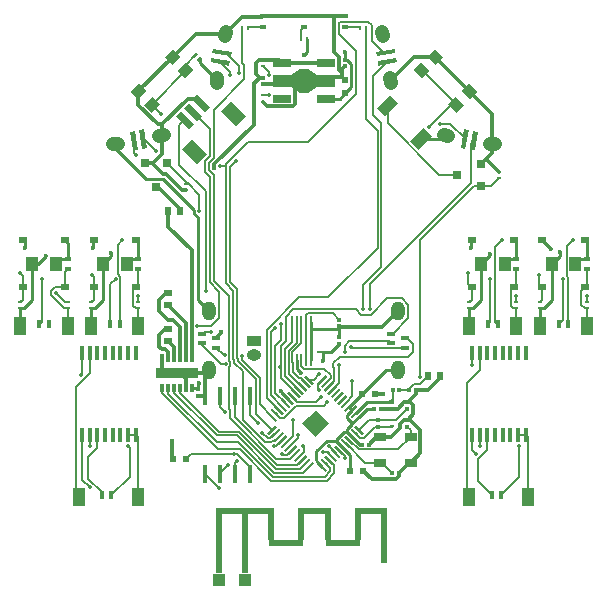
<source format=gtl>
G04 #@! TF.FileFunction,Copper,L1,Top,Signal*
%FSLAX46Y46*%
G04 Gerber Fmt 4.6, Leading zero omitted, Abs format (unit mm)*
G04 Created by KiCad (PCBNEW 4.0.1-stable) date 2017/02/23 15:11:12*
%MOMM*%
G01*
G04 APERTURE LIST*
%ADD10C,0.100000*%
%ADD11R,0.800000X0.600000*%
%ADD12C,1.200000*%
%ADD13R,0.400000X1.500000*%
%ADD14R,0.300000X0.350000*%
%ADD15R,0.400000X1.200000*%
%ADD16R,0.350000X0.300000*%
%ADD17R,0.600000X0.500000*%
%ADD18R,1.000000X1.250000*%
%ADD19R,0.430000X0.280000*%
%ADD20R,0.600000X0.400000*%
%ADD21R,1.250000X0.950000*%
%ADD22O,1.250000X0.950000*%
%ADD23R,0.500000X0.600000*%
%ADD24R,0.800000X0.500000*%
%ADD25R,0.500000X0.800000*%
%ADD26R,0.800100X0.800100*%
%ADD27R,0.280000X0.430000*%
%ADD28R,1.501140X0.701040*%
%ADD29R,1.501140X1.000760*%
%ADD30R,0.800100X1.998980*%
%ADD31R,1.500000X0.900000*%
%ADD32R,1.000000X0.900000*%
%ADD33R,0.300000X0.800000*%
%ADD34R,0.624840X5.540000*%
%ADD35R,0.500000X5.540000*%
%ADD36R,5.000000X0.500000*%
%ADD37R,0.500000X2.700000*%
%ADD38R,3.000000X0.500000*%
%ADD39R,2.800000X0.500000*%
%ADD40R,0.500000X4.670000*%
%ADD41R,2.700000X0.500000*%
%ADD42R,1.000000X1.000000*%
%ADD43R,1.000000X0.800000*%
%ADD44R,0.800000X0.400000*%
%ADD45O,1.200000X1.600000*%
%ADD46R,0.220000X1.000000*%
%ADD47R,1.000000X0.220000*%
%ADD48R,0.400000X0.800000*%
%ADD49R,1.000000X0.500000*%
%ADD50C,0.380000*%
%ADD51C,0.360000*%
%ADD52C,0.340000*%
%ADD53C,0.320000*%
%ADD54C,0.238000*%
%ADD55C,0.219800*%
%ADD56C,0.160000*%
%ADD57C,0.240000*%
%ADD58C,0.300000*%
G04 APERTURE END LIST*
D10*
D11*
X128300000Y-108500000D03*
X124700000Y-108500000D03*
X166300000Y-108500000D03*
X162700000Y-108500000D03*
X162700000Y-104500000D03*
X166300000Y-104500000D03*
X172300000Y-108500000D03*
X168700000Y-108500000D03*
X168700000Y-104500000D03*
X172300000Y-104500000D03*
X134300000Y-108500000D03*
X130700000Y-108500000D03*
X130700000Y-104500000D03*
X134300000Y-104500000D03*
X124700000Y-104500000D03*
X128300000Y-104500000D03*
D12*
X132333422Y-96382026D02*
X132727346Y-96312566D01*
X136272654Y-95687434D02*
X136666578Y-95617974D01*
D10*
G36*
X134048034Y-96892035D02*
X133770197Y-95316342D01*
X134164120Y-95246883D01*
X134441957Y-96822576D01*
X134048034Y-96892035D01*
X134048034Y-96892035D01*
G37*
G36*
X134835880Y-96753117D02*
X134558043Y-95177424D01*
X134951966Y-95107965D01*
X135229803Y-96683658D01*
X134835880Y-96753117D01*
X134835880Y-96753117D01*
G37*
D12*
X141117974Y-91166578D02*
X141187434Y-90772654D01*
X141812566Y-87227346D02*
X141882026Y-86833422D01*
D10*
G36*
X142183658Y-89729803D02*
X140607965Y-89451966D01*
X140677424Y-89058043D01*
X142253117Y-89335880D01*
X142183658Y-89729803D01*
X142183658Y-89729803D01*
G37*
G36*
X142322576Y-88941957D02*
X140746883Y-88664120D01*
X140816342Y-88270197D01*
X142392035Y-88548034D01*
X142322576Y-88941957D01*
X142322576Y-88941957D01*
G37*
D12*
X155117974Y-86833422D02*
X155187434Y-87227346D01*
X155812566Y-90772654D02*
X155882026Y-91166578D01*
D10*
G36*
X154607965Y-88548034D02*
X156183658Y-88270197D01*
X156253117Y-88664120D01*
X154677424Y-88941957D01*
X154607965Y-88548034D01*
X154607965Y-88548034D01*
G37*
G36*
X154746883Y-89335880D02*
X156322576Y-89058043D01*
X156392035Y-89451966D01*
X154816342Y-89729803D01*
X154746883Y-89335880D01*
X154746883Y-89335880D01*
G37*
D12*
X160333422Y-95617974D02*
X160727346Y-95687434D01*
X164272654Y-96312566D02*
X164666578Y-96382026D01*
D10*
G36*
X161770197Y-96683658D02*
X162048034Y-95107965D01*
X162441957Y-95177424D01*
X162164120Y-96753117D01*
X161770197Y-96683658D01*
X161770197Y-96683658D01*
G37*
G36*
X162558043Y-96822576D02*
X162835880Y-95246883D01*
X163229803Y-95316342D01*
X162951966Y-96892035D01*
X162558043Y-96822576D01*
X162558043Y-96822576D01*
G37*
D13*
X143905000Y-117705000D03*
X142635000Y-117705000D03*
X141365000Y-117705000D03*
X140095000Y-117705000D03*
X140095000Y-124295000D03*
X141365000Y-124295000D03*
X142635000Y-124295000D03*
X143905000Y-124295000D03*
D14*
X155025000Y-118750000D03*
X154475000Y-118750000D03*
D10*
G36*
X159333453Y-95702082D02*
X158202082Y-96833453D01*
X157494975Y-96126346D01*
X158626346Y-94994975D01*
X159333453Y-95702082D01*
X159333453Y-95702082D01*
G37*
G36*
X156505025Y-92873654D02*
X155373654Y-94005025D01*
X154666547Y-93297918D01*
X155797918Y-92166547D01*
X156505025Y-92873654D01*
X156505025Y-92873654D01*
G37*
D14*
X153975000Y-121800000D03*
X153425000Y-121800000D03*
D15*
X167275000Y-114050000D03*
X166625000Y-114050000D03*
X165975000Y-114050000D03*
X165325000Y-114050000D03*
X164675000Y-114050000D03*
X164025000Y-114050000D03*
X163375000Y-114050000D03*
X162725000Y-114050000D03*
X162725000Y-120950000D03*
X163375000Y-120950000D03*
X164025000Y-120950000D03*
X164675000Y-120950000D03*
X165325000Y-120950000D03*
X165975000Y-120950000D03*
X166625000Y-120950000D03*
X167275000Y-120950000D03*
X134275000Y-114050000D03*
X133625000Y-114050000D03*
X132975000Y-114050000D03*
X132325000Y-114050000D03*
X131675000Y-114050000D03*
X131025000Y-114050000D03*
X130375000Y-114050000D03*
X129725000Y-114050000D03*
X129725000Y-120950000D03*
X130375000Y-120950000D03*
X131025000Y-120950000D03*
X131675000Y-120950000D03*
X132325000Y-120950000D03*
X132975000Y-120950000D03*
X133625000Y-120950000D03*
X134275000Y-120950000D03*
D16*
X154750000Y-119725000D03*
X154750000Y-120275000D03*
X157250000Y-118775000D03*
X157250000Y-118225000D03*
D17*
X138550000Y-123000000D03*
X137450000Y-123000000D03*
D18*
X127500000Y-106500000D03*
X125500000Y-106500000D03*
D16*
X151500000Y-112725000D03*
X151500000Y-113275000D03*
X151500000Y-111225000D03*
X151500000Y-111775000D03*
D10*
G36*
X139068665Y-88872721D02*
X139372721Y-88568665D01*
X139570711Y-88766655D01*
X139266655Y-89070711D01*
X139068665Y-88872721D01*
X139068665Y-88872721D01*
G37*
G36*
X139429289Y-89233345D02*
X139733345Y-88929289D01*
X139931335Y-89127279D01*
X139627279Y-89431335D01*
X139429289Y-89233345D01*
X139429289Y-89233345D01*
G37*
D19*
X156000000Y-119745000D03*
X156000000Y-120255000D03*
D20*
X128500000Y-106950000D03*
X128500000Y-106050000D03*
D19*
X128500000Y-110255000D03*
X128500000Y-109745000D03*
X124500000Y-109745000D03*
X124500000Y-110255000D03*
D10*
G36*
X137843503Y-90151472D02*
X138550609Y-89444366D01*
X139187005Y-90080762D01*
X138479899Y-90787868D01*
X137843503Y-90151472D01*
X137843503Y-90151472D01*
G37*
G36*
X136712132Y-89020101D02*
X137419238Y-88312995D01*
X138055634Y-88949391D01*
X137348528Y-89656497D01*
X136712132Y-89020101D01*
X136712132Y-89020101D01*
G37*
G36*
X134944366Y-93050609D02*
X135651472Y-92343503D01*
X136287868Y-92979899D01*
X135580762Y-93687005D01*
X134944366Y-93050609D01*
X134944366Y-93050609D01*
G37*
G36*
X133812995Y-91919238D02*
X134520101Y-91212132D01*
X135156497Y-91848528D01*
X134449391Y-92555634D01*
X133812995Y-91919238D01*
X133812995Y-91919238D01*
G37*
G36*
X161348528Y-92343503D02*
X162055634Y-93050609D01*
X161419238Y-93687005D01*
X160712132Y-92979899D01*
X161348528Y-92343503D01*
X161348528Y-92343503D01*
G37*
G36*
X162479899Y-91212132D02*
X163187005Y-91919238D01*
X162550609Y-92555634D01*
X161843503Y-91848528D01*
X162479899Y-91212132D01*
X162479899Y-91212132D01*
G37*
G36*
X158449391Y-89444366D02*
X159156497Y-90151472D01*
X158520101Y-90787868D01*
X157812995Y-90080762D01*
X158449391Y-89444366D01*
X158449391Y-89444366D01*
G37*
G36*
X159580762Y-88312995D02*
X160287868Y-89020101D01*
X159651472Y-89656497D01*
X158944366Y-88949391D01*
X159580762Y-88312995D01*
X159580762Y-88312995D01*
G37*
D18*
X165500000Y-106500000D03*
X163500000Y-106500000D03*
X171500000Y-106500000D03*
X169500000Y-106500000D03*
X133500000Y-106500000D03*
X131500000Y-106500000D03*
D20*
X166500000Y-106950000D03*
X166500000Y-106050000D03*
D19*
X166500000Y-110255000D03*
X166500000Y-109745000D03*
X162500000Y-109745000D03*
X162500000Y-110255000D03*
D20*
X172500000Y-106950000D03*
X172500000Y-106050000D03*
D19*
X172500000Y-110255000D03*
X172500000Y-109745000D03*
X168500000Y-109745000D03*
X168500000Y-110255000D03*
X134500000Y-110255000D03*
X134500000Y-109745000D03*
X130500000Y-109745000D03*
X130500000Y-110255000D03*
D20*
X134500000Y-106950000D03*
X134500000Y-106050000D03*
D21*
X144250000Y-113000000D03*
D22*
X144250000Y-114250000D03*
D17*
X154550000Y-117500000D03*
X153450000Y-117500000D03*
X153550000Y-124000000D03*
X152450000Y-124000000D03*
D16*
X157250000Y-120275000D03*
X157250000Y-119725000D03*
D14*
X155975000Y-124250000D03*
X156525000Y-124250000D03*
D16*
X139500000Y-117125000D03*
X139500000Y-117675000D03*
X145000000Y-90725000D03*
X145000000Y-91275000D03*
X152000000Y-89225000D03*
X152000000Y-89775000D03*
D23*
X152000000Y-92050000D03*
X152000000Y-90950000D03*
D20*
X148500000Y-85550000D03*
X148500000Y-86450000D03*
X152000000Y-85550000D03*
X152000000Y-86450000D03*
X145000000Y-85550000D03*
X145000000Y-86450000D03*
D24*
X137000000Y-110000000D03*
X137000000Y-109000000D03*
X137000000Y-113000000D03*
X137000000Y-112000000D03*
D10*
G36*
X139478508Y-92140031D02*
X140574524Y-93236047D01*
X140150260Y-93660311D01*
X139054244Y-92564295D01*
X139478508Y-92140031D01*
X139478508Y-92140031D01*
G37*
G36*
X138771402Y-92847138D02*
X139867418Y-93943154D01*
X139443154Y-94367418D01*
X138347138Y-93271402D01*
X138771402Y-92847138D01*
X138771402Y-92847138D01*
G37*
G36*
X138064295Y-93554244D02*
X139160311Y-94650260D01*
X138736047Y-95074524D01*
X137640031Y-93978508D01*
X138064295Y-93554244D01*
X138064295Y-93554244D01*
G37*
G36*
X142306936Y-92705717D02*
X143579728Y-93978509D01*
X142731200Y-94827037D01*
X141458408Y-93554245D01*
X142306936Y-92705717D01*
X142306936Y-92705717D01*
G37*
G36*
X139054245Y-95958408D02*
X140327037Y-97231200D01*
X139478509Y-98079728D01*
X138205717Y-96806936D01*
X139054245Y-95958408D01*
X139054245Y-95958408D01*
G37*
D25*
X137000000Y-102000000D03*
X138000000Y-102000000D03*
D26*
X163500760Y-99950000D03*
X163500760Y-98050000D03*
X161501780Y-99000000D03*
X136950000Y-97999240D03*
X135050000Y-97999240D03*
X136000000Y-99998220D03*
D19*
X145000000Y-89245000D03*
X145000000Y-89755000D03*
D27*
X148755000Y-87500000D03*
X148245000Y-87500000D03*
D19*
X145000000Y-92245000D03*
X145000000Y-92755000D03*
D27*
X153755000Y-86500000D03*
X153245000Y-86500000D03*
X143245000Y-86500000D03*
X143755000Y-86500000D03*
D19*
X165000000Y-99255000D03*
X165000000Y-98745000D03*
X138500000Y-99745000D03*
X138500000Y-100255000D03*
D10*
G36*
X148851790Y-89999240D02*
X149601090Y-90499620D01*
X149601090Y-91500380D01*
X148851790Y-92000760D01*
X148851790Y-89999240D01*
X148851790Y-89999240D01*
G37*
D28*
X150351660Y-89498860D03*
X150351660Y-92501140D03*
X146648340Y-89498860D03*
D29*
X146648340Y-91000000D03*
D28*
X146648340Y-92501140D03*
D29*
X150351660Y-91000000D03*
D10*
G36*
X148148210Y-92000760D02*
X147398910Y-91500380D01*
X147398910Y-90499620D01*
X148148210Y-89999240D01*
X148148210Y-92000760D01*
X148148210Y-92000760D01*
G37*
D30*
X148500000Y-91000000D03*
D31*
X137750000Y-115750000D03*
D32*
X136500000Y-115750000D03*
X139000000Y-115750000D03*
D33*
X139000000Y-114500000D03*
X138500000Y-114500000D03*
X138000000Y-114500000D03*
X137500000Y-114500000D03*
X137000000Y-114500000D03*
X136500000Y-114500000D03*
X136500000Y-117000000D03*
X137000000Y-117000000D03*
X137500000Y-117000000D03*
X138000000Y-117000000D03*
X138500000Y-117000000D03*
X139000000Y-117000000D03*
D14*
X156025000Y-117200000D03*
X156575000Y-117200000D03*
X157425000Y-117200000D03*
X157975000Y-117200000D03*
D25*
X159000000Y-116000000D03*
X160000000Y-116000000D03*
D34*
X141312420Y-129980000D03*
D35*
X143500000Y-129980000D03*
D36*
X143500000Y-127460000D03*
D37*
X145750000Y-128560000D03*
D38*
X147000000Y-130160000D03*
D39*
X149400000Y-127460000D03*
D37*
X148250000Y-128560000D03*
X150550000Y-128560000D03*
X153050000Y-128560000D03*
D40*
X155250000Y-129545000D03*
D38*
X151800000Y-130160000D03*
D41*
X154150000Y-127460000D03*
D42*
X141312420Y-133250000D03*
X143500000Y-133250000D03*
D16*
X156000000Y-118225000D03*
X156000000Y-118775000D03*
D43*
X154950000Y-123350000D03*
X157550000Y-123350000D03*
X154950000Y-121150000D03*
X157550000Y-121150000D03*
D44*
X157100000Y-113600000D03*
X155900000Y-113200000D03*
X157100000Y-112800000D03*
X155900000Y-112400000D03*
D45*
X156500000Y-115500000D03*
X156500000Y-110500000D03*
D44*
X139900000Y-112400000D03*
X141100000Y-112800000D03*
X139900000Y-113200000D03*
X141100000Y-113600000D03*
D45*
X140500000Y-110500000D03*
X140500000Y-115500000D03*
D46*
X147900000Y-114600000D03*
D47*
X150100000Y-114000000D03*
X150100000Y-112000000D03*
D46*
X149100000Y-111400000D03*
X148300000Y-111400000D03*
X147900000Y-111400000D03*
X147500000Y-111400000D03*
X148300000Y-114600000D03*
X148700000Y-114600000D03*
X149100000Y-114600000D03*
D48*
X165200000Y-126100000D03*
X164400000Y-126100000D03*
D49*
X167500000Y-125750000D03*
D42*
X167500000Y-126500000D03*
X162500000Y-126500000D03*
D49*
X162500000Y-125750000D03*
D48*
X132200000Y-126100000D03*
X131400000Y-126100000D03*
D49*
X134500000Y-125750000D03*
D42*
X134500000Y-126500000D03*
X129500000Y-126500000D03*
D49*
X129500000Y-125750000D03*
D48*
X126900000Y-111600000D03*
D49*
X128500000Y-111250000D03*
D48*
X126100000Y-111600000D03*
D42*
X128500000Y-112000000D03*
D49*
X124500000Y-111250000D03*
D42*
X124500000Y-112000000D03*
D48*
X170900000Y-111600000D03*
D49*
X172500000Y-111250000D03*
D48*
X170100000Y-111600000D03*
D42*
X172500000Y-112000000D03*
D49*
X168500000Y-111250000D03*
D42*
X168500000Y-112000000D03*
D48*
X164900000Y-111600000D03*
D49*
X166500000Y-111250000D03*
D48*
X164100000Y-111600000D03*
D42*
X166500000Y-112000000D03*
D49*
X162500000Y-111250000D03*
D42*
X162500000Y-112000000D03*
D48*
X132900000Y-111600000D03*
D49*
X134500000Y-111250000D03*
D48*
X132100000Y-111600000D03*
D42*
X134500000Y-112000000D03*
D49*
X130500000Y-111250000D03*
D42*
X130500000Y-112000000D03*
D10*
G36*
X153452727Y-119002980D02*
X153608290Y-119158543D01*
X152901183Y-119865650D01*
X152745620Y-119710087D01*
X153452727Y-119002980D01*
X153452727Y-119002980D01*
G37*
G36*
X148502980Y-116047273D02*
X148658543Y-115891710D01*
X149365650Y-116598817D01*
X149210087Y-116754380D01*
X148502980Y-116047273D01*
X148502980Y-116047273D01*
G37*
G36*
X149634350Y-123401183D02*
X149789913Y-123245620D01*
X150497020Y-123952727D01*
X150341457Y-124108290D01*
X149634350Y-123401183D01*
X149634350Y-123401183D01*
G37*
G36*
X150065685Y-119434315D02*
X150631370Y-120000000D01*
X150065685Y-120565685D01*
X149500000Y-120000000D01*
X150065685Y-119434315D01*
X150065685Y-119434315D01*
G37*
G36*
X149500000Y-118868630D02*
X150065685Y-119434315D01*
X149500000Y-120000000D01*
X148934315Y-119434315D01*
X149500000Y-118868630D01*
X149500000Y-118868630D01*
G37*
G36*
X148934315Y-119434315D02*
X149500000Y-120000000D01*
X148934315Y-120565685D01*
X148368630Y-120000000D01*
X148934315Y-119434315D01*
X148934315Y-119434315D01*
G37*
G36*
X149500000Y-120000000D02*
X150065685Y-120565685D01*
X149500000Y-121131370D01*
X148934315Y-120565685D01*
X149500000Y-120000000D01*
X149500000Y-120000000D01*
G37*
G36*
X153169885Y-118720137D02*
X153325448Y-118875700D01*
X152618341Y-119582807D01*
X152462778Y-119427244D01*
X153169885Y-118720137D01*
X153169885Y-118720137D01*
G37*
G36*
X152887042Y-118437294D02*
X153042605Y-118592857D01*
X152335498Y-119299964D01*
X152179935Y-119144401D01*
X152887042Y-118437294D01*
X152887042Y-118437294D01*
G37*
G36*
X152604199Y-118154451D02*
X152759762Y-118310014D01*
X152052655Y-119017121D01*
X151897092Y-118861558D01*
X152604199Y-118154451D01*
X152604199Y-118154451D01*
G37*
G36*
X150907143Y-116457395D02*
X151062706Y-116612958D01*
X150355599Y-117320065D01*
X150200036Y-117164502D01*
X150907143Y-116457395D01*
X150907143Y-116457395D01*
G37*
G36*
X150624300Y-116174552D02*
X150779863Y-116330115D01*
X150072756Y-117037222D01*
X149917193Y-116881659D01*
X150624300Y-116174552D01*
X150624300Y-116174552D01*
G37*
G36*
X150341457Y-115891710D02*
X150497020Y-116047273D01*
X149789913Y-116754380D01*
X149634350Y-116598817D01*
X150341457Y-115891710D01*
X150341457Y-115891710D01*
G37*
G36*
X146098817Y-120134350D02*
X146254380Y-120289913D01*
X145547273Y-120997020D01*
X145391710Y-120841457D01*
X146098817Y-120134350D01*
X146098817Y-120134350D01*
G37*
G36*
X146381659Y-120417193D02*
X146537222Y-120572756D01*
X145830115Y-121279863D01*
X145674552Y-121124300D01*
X146381659Y-120417193D01*
X146381659Y-120417193D01*
G37*
G36*
X146664502Y-120700036D02*
X146820065Y-120855599D01*
X146112958Y-121562706D01*
X145957395Y-121407143D01*
X146664502Y-120700036D01*
X146664502Y-120700036D01*
G37*
G36*
X146947345Y-120982879D02*
X147102908Y-121138442D01*
X146395801Y-121845549D01*
X146240238Y-121689986D01*
X146947345Y-120982879D01*
X146947345Y-120982879D01*
G37*
G36*
X147230188Y-121265721D02*
X147385751Y-121421284D01*
X146678644Y-122128391D01*
X146523081Y-121972828D01*
X147230188Y-121265721D01*
X147230188Y-121265721D01*
G37*
G36*
X147513030Y-121548564D02*
X147668593Y-121704127D01*
X146961486Y-122411234D01*
X146805923Y-122255671D01*
X147513030Y-121548564D01*
X147513030Y-121548564D01*
G37*
G36*
X147795873Y-121831407D02*
X147951436Y-121986970D01*
X147244329Y-122694077D01*
X147088766Y-122538514D01*
X147795873Y-121831407D01*
X147795873Y-121831407D01*
G37*
G36*
X148078716Y-122114249D02*
X148234279Y-122269812D01*
X147527172Y-122976919D01*
X147371609Y-122821356D01*
X148078716Y-122114249D01*
X148078716Y-122114249D01*
G37*
G36*
X148361558Y-122397092D02*
X148517121Y-122552655D01*
X147810014Y-123259762D01*
X147654451Y-123104199D01*
X148361558Y-122397092D01*
X148361558Y-122397092D01*
G37*
G36*
X148644401Y-122679935D02*
X148799964Y-122835498D01*
X148092857Y-123542605D01*
X147937294Y-123387042D01*
X148644401Y-122679935D01*
X148644401Y-122679935D01*
G37*
G36*
X148927244Y-122962778D02*
X149082807Y-123118341D01*
X148375700Y-123825448D01*
X148220137Y-123669885D01*
X148927244Y-122962778D01*
X148927244Y-122962778D01*
G37*
G36*
X149210087Y-123245620D02*
X149365650Y-123401183D01*
X148658543Y-124108290D01*
X148502980Y-123952727D01*
X149210087Y-123245620D01*
X149210087Y-123245620D01*
G37*
G36*
X148220137Y-116330115D02*
X148375700Y-116174552D01*
X149082807Y-116881659D01*
X148927244Y-117037222D01*
X148220137Y-116330115D01*
X148220137Y-116330115D01*
G37*
G36*
X147937294Y-116612958D02*
X148092857Y-116457395D01*
X148799964Y-117164502D01*
X148644401Y-117320065D01*
X147937294Y-116612958D01*
X147937294Y-116612958D01*
G37*
G36*
X147654451Y-116895801D02*
X147810014Y-116740238D01*
X148517121Y-117447345D01*
X148361558Y-117602908D01*
X147654451Y-116895801D01*
X147654451Y-116895801D01*
G37*
G36*
X147371609Y-117178644D02*
X147527172Y-117023081D01*
X148234279Y-117730188D01*
X148078716Y-117885751D01*
X147371609Y-117178644D01*
X147371609Y-117178644D01*
G37*
G36*
X147088766Y-117461486D02*
X147244329Y-117305923D01*
X147951436Y-118013030D01*
X147795873Y-118168593D01*
X147088766Y-117461486D01*
X147088766Y-117461486D01*
G37*
G36*
X146805923Y-117744329D02*
X146961486Y-117588766D01*
X147668593Y-118295873D01*
X147513030Y-118451436D01*
X146805923Y-117744329D01*
X146805923Y-117744329D01*
G37*
G36*
X146523081Y-118027172D02*
X146678644Y-117871609D01*
X147385751Y-118578716D01*
X147230188Y-118734279D01*
X146523081Y-118027172D01*
X146523081Y-118027172D01*
G37*
G36*
X146240238Y-118310014D02*
X146395801Y-118154451D01*
X147102908Y-118861558D01*
X146947345Y-119017121D01*
X146240238Y-118310014D01*
X146240238Y-118310014D01*
G37*
G36*
X145957395Y-118592857D02*
X146112958Y-118437294D01*
X146820065Y-119144401D01*
X146664502Y-119299964D01*
X145957395Y-118592857D01*
X145957395Y-118592857D01*
G37*
G36*
X145674552Y-118875700D02*
X145830115Y-118720137D01*
X146537222Y-119427244D01*
X146381659Y-119582807D01*
X145674552Y-118875700D01*
X145674552Y-118875700D01*
G37*
G36*
X145391710Y-119158543D02*
X145547273Y-119002980D01*
X146254380Y-119710087D01*
X146098817Y-119865650D01*
X145391710Y-119158543D01*
X145391710Y-119158543D01*
G37*
G36*
X149917193Y-123118341D02*
X150072756Y-122962778D01*
X150779863Y-123669885D01*
X150624300Y-123825448D01*
X149917193Y-123118341D01*
X149917193Y-123118341D01*
G37*
G36*
X150200036Y-122835498D02*
X150355599Y-122679935D01*
X151062706Y-123387042D01*
X150907143Y-123542605D01*
X150200036Y-122835498D01*
X150200036Y-122835498D01*
G37*
G36*
X150482879Y-122552655D02*
X150638442Y-122397092D01*
X151345549Y-123104199D01*
X151189986Y-123259762D01*
X150482879Y-122552655D01*
X150482879Y-122552655D01*
G37*
G36*
X150765721Y-122269812D02*
X150921284Y-122114249D01*
X151628391Y-122821356D01*
X151472828Y-122976919D01*
X150765721Y-122269812D01*
X150765721Y-122269812D01*
G37*
G36*
X151048564Y-121986970D02*
X151204127Y-121831407D01*
X151911234Y-122538514D01*
X151755671Y-122694077D01*
X151048564Y-121986970D01*
X151048564Y-121986970D01*
G37*
G36*
X151331407Y-121704127D02*
X151486970Y-121548564D01*
X152194077Y-122255671D01*
X152038514Y-122411234D01*
X151331407Y-121704127D01*
X151331407Y-121704127D01*
G37*
G36*
X151614249Y-121421284D02*
X151769812Y-121265721D01*
X152476919Y-121972828D01*
X152321356Y-122128391D01*
X151614249Y-121421284D01*
X151614249Y-121421284D01*
G37*
G36*
X151897092Y-121138442D02*
X152052655Y-120982879D01*
X152759762Y-121689986D01*
X152604199Y-121845549D01*
X151897092Y-121138442D01*
X151897092Y-121138442D01*
G37*
G36*
X152179935Y-120855599D02*
X152335498Y-120700036D01*
X153042605Y-121407143D01*
X152887042Y-121562706D01*
X152179935Y-120855599D01*
X152179935Y-120855599D01*
G37*
G36*
X152462778Y-120572756D02*
X152618341Y-120417193D01*
X153325448Y-121124300D01*
X153169885Y-121279863D01*
X152462778Y-120572756D01*
X152462778Y-120572756D01*
G37*
G36*
X152745620Y-120289913D02*
X152901183Y-120134350D01*
X153608290Y-120841457D01*
X153452727Y-120997020D01*
X152745620Y-120289913D01*
X152745620Y-120289913D01*
G37*
G36*
X151189986Y-116740238D02*
X151345549Y-116895801D01*
X150638442Y-117602908D01*
X150482879Y-117447345D01*
X151189986Y-116740238D01*
X151189986Y-116740238D01*
G37*
G36*
X152321356Y-117871609D02*
X152476919Y-118027172D01*
X151769812Y-118734279D01*
X151614249Y-118578716D01*
X152321356Y-117871609D01*
X152321356Y-117871609D01*
G37*
G36*
X152038514Y-117588766D02*
X152194077Y-117744329D01*
X151486970Y-118451436D01*
X151331407Y-118295873D01*
X152038514Y-117588766D01*
X152038514Y-117588766D01*
G37*
G36*
X151755671Y-117305923D02*
X151911234Y-117461486D01*
X151204127Y-118168593D01*
X151048564Y-118013030D01*
X151755671Y-117305923D01*
X151755671Y-117305923D01*
G37*
G36*
X151472828Y-117023081D02*
X151628391Y-117178644D01*
X150921284Y-117885751D01*
X150765721Y-117730188D01*
X151472828Y-117023081D01*
X151472828Y-117023081D01*
G37*
D50*
X141508600Y-112241300D03*
X151754500Y-90291400D03*
X137328000Y-121499800D03*
X155211000Y-117559300D03*
D51*
X151994800Y-88600600D03*
X148500700Y-88814000D03*
X139643200Y-116577500D03*
X146546600Y-117236700D03*
X148248600Y-115773600D03*
X150087300Y-114700700D03*
D52*
X144984600Y-120786700D03*
X142567900Y-122623200D03*
D50*
X140895600Y-98396700D03*
D52*
X170423900Y-107787000D03*
D51*
X170193900Y-105531200D03*
D52*
X132563200Y-107769300D03*
D51*
X132191500Y-105565500D03*
D52*
X126289100Y-107776600D03*
D51*
X126653700Y-105796100D03*
X169443900Y-105243900D03*
X130680700Y-105170800D03*
X124859400Y-105142400D03*
D52*
X142732600Y-97804300D03*
X142290000Y-90470700D03*
X160055200Y-94628900D03*
X149955100Y-117778300D03*
X143051600Y-90303600D03*
X141426700Y-98253900D03*
X134260800Y-97245600D03*
X146564200Y-111597500D03*
X136020500Y-96969100D03*
X171252800Y-104500000D03*
X149755800Y-117192300D03*
X154090900Y-110328900D03*
X133141500Y-104500000D03*
X149799500Y-115844100D03*
X153482600Y-110325800D03*
X143293000Y-114313500D03*
X140632500Y-112268400D03*
X152453100Y-113517600D03*
X141873400Y-114962700D03*
X151961300Y-113934000D03*
X146498500Y-115247300D03*
X141790800Y-114203200D03*
X163433400Y-121905400D03*
X166695000Y-121886500D03*
X162723400Y-115043100D03*
X163091200Y-122603200D03*
X130428600Y-121886500D03*
X133573000Y-121886500D03*
X129652500Y-115912500D03*
X130353900Y-125430100D03*
X150136900Y-122430500D03*
X139495600Y-111770900D03*
X140194100Y-108835000D03*
X150633700Y-121926000D03*
X151996200Y-122925700D03*
X158304400Y-116102000D03*
X146064900Y-111961200D03*
X139650300Y-102048600D03*
X145557800Y-92221700D03*
X145536400Y-90505400D03*
X152619200Y-116445900D03*
X166493800Y-109202500D03*
X172475100Y-109220600D03*
X134489300Y-109202500D03*
X127530300Y-108968300D03*
X150495500Y-118197000D03*
X159118000Y-94928100D03*
X146011600Y-121950200D03*
X142826900Y-123195700D03*
X147595100Y-119707600D03*
X141824400Y-119071800D03*
X144581000Y-120005500D03*
X147997800Y-121024500D03*
X146652600Y-122586700D03*
X142048400Y-123537100D03*
X141287700Y-125507600D03*
X148416000Y-121949800D03*
X164274200Y-107772900D03*
D51*
X164260100Y-105651400D03*
X162670900Y-105180600D03*
D52*
X165259200Y-104500000D03*
X162370100Y-107261000D03*
X168440800Y-107461400D03*
X130553200Y-107461400D03*
X124440000Y-107265600D03*
X151458600Y-115036700D03*
X136383800Y-93783000D03*
D53*
X137750000Y-115750000D02*
X136500000Y-115750000D01*
X139000000Y-115750000D02*
X137750000Y-115750000D01*
X138500000Y-117000000D02*
X138500000Y-116250000D01*
X138500000Y-116250000D02*
X138000000Y-115750000D01*
X138000000Y-115750000D02*
X137750000Y-115750000D01*
X136500000Y-114500000D02*
X136500000Y-115750000D01*
X137328000Y-122878000D02*
X137328000Y-121499800D01*
D54*
X150100000Y-112000000D02*
X151500000Y-112000000D01*
X150100000Y-112000000D02*
X149100000Y-112000000D01*
X149100000Y-111400000D02*
X149100000Y-112000000D01*
X149100000Y-112000000D02*
X149100000Y-114600000D01*
D53*
X137720400Y-115720400D02*
X137750000Y-115750000D01*
X136529600Y-115720400D02*
X136500000Y-115750000D01*
X146648300Y-91000000D02*
X147773600Y-91000000D01*
X146373300Y-91275000D02*
X146648300Y-91000000D01*
X145000000Y-91275000D02*
X146373300Y-91275000D01*
X140095000Y-117675000D02*
X139500000Y-117675000D01*
X140095000Y-117675000D02*
X140095000Y-117705000D01*
D54*
X151500000Y-112725000D02*
X151500000Y-112000000D01*
D53*
X163902900Y-97647900D02*
X165000000Y-98745000D01*
X163500800Y-98050000D02*
X163902900Y-97647900D01*
X155050000Y-118775000D02*
X155025000Y-118750000D01*
X156000000Y-118775000D02*
X155050000Y-118775000D01*
X141508600Y-112391400D02*
X141508600Y-112241300D01*
X141100000Y-112800000D02*
X141508600Y-112391400D01*
X148500000Y-91000000D02*
X147773600Y-91000000D01*
X145417000Y-93172000D02*
X145000000Y-92755000D01*
X147573200Y-93172000D02*
X145417000Y-93172000D01*
X147773600Y-92971600D02*
X147573200Y-93172000D01*
X147773600Y-91000000D02*
X147773600Y-92971600D01*
X149226400Y-91000000D02*
X148500000Y-91000000D01*
X154295400Y-124745400D02*
X153550000Y-124000000D01*
X156263300Y-124745400D02*
X154295400Y-124745400D01*
X156525000Y-124483700D02*
X156263300Y-124745400D01*
X156525000Y-124250000D02*
X156525000Y-124483700D01*
X157425000Y-123350000D02*
X156525000Y-124250000D01*
X157550000Y-123350000D02*
X157425000Y-123350000D01*
X156464400Y-118775000D02*
X156000000Y-118775000D01*
X157014400Y-118225000D02*
X156464400Y-118775000D01*
X157250000Y-118225000D02*
X157014400Y-118225000D01*
X157975000Y-117500000D02*
X157372500Y-118102500D01*
X157975000Y-117200000D02*
X157975000Y-117500000D01*
X157372500Y-118102500D02*
X157250000Y-118225000D01*
X158370400Y-122529600D02*
X157550000Y-123350000D01*
X158370400Y-120606600D02*
X158370400Y-122529600D01*
X157369400Y-119605600D02*
X158370400Y-120606600D01*
X157745300Y-119229700D02*
X157369400Y-119605600D01*
X157745300Y-118475300D02*
X157745300Y-119229700D01*
X157372500Y-118102500D02*
X157745300Y-118475300D01*
X157369400Y-119605600D02*
X157250000Y-119725000D01*
X151754500Y-90020500D02*
X151754500Y-90291400D01*
X152000000Y-89775000D02*
X151754500Y-90020500D01*
X150351700Y-91000000D02*
X149226400Y-91000000D01*
X152000000Y-85550000D02*
X151055500Y-85550000D01*
X151055500Y-85550000D02*
X148500000Y-85550000D01*
X151055500Y-88559600D02*
X151055500Y-85550000D01*
X151494400Y-88998500D02*
X151055500Y-88559600D01*
X151494400Y-90060700D02*
X151494400Y-88998500D01*
X151725100Y-90291400D02*
X151494400Y-90060700D01*
X151754500Y-90291400D02*
X151725100Y-90291400D01*
X137450000Y-123000000D02*
X137328000Y-122878000D01*
X150647200Y-90704500D02*
X150351700Y-91000000D01*
X151754500Y-90704500D02*
X150647200Y-90704500D01*
X151754500Y-90291400D02*
X151754500Y-90704500D01*
X151754500Y-90704500D02*
X152000000Y-90950000D01*
D54*
X151500000Y-112000000D02*
X151500000Y-111887500D01*
X151500000Y-111887500D02*
X151500000Y-111775000D01*
D53*
X155112500Y-111887500D02*
X156500000Y-110500000D01*
X151500000Y-111887500D02*
X155112500Y-111887500D01*
X137383900Y-88984700D02*
X134484700Y-91883900D01*
X134484700Y-93057200D02*
X134484700Y-91883900D01*
X136114700Y-94687200D02*
X134484700Y-93057200D01*
X136469600Y-94687200D02*
X136114700Y-94687200D01*
X139417900Y-92503700D02*
X139814400Y-92900200D01*
X138653100Y-92503700D02*
X139417900Y-92503700D01*
X136469600Y-94687200D02*
X138653100Y-92503700D01*
X136469600Y-94687200D02*
X136469600Y-95652700D01*
X140500000Y-115500000D02*
X140172500Y-115827500D01*
X140172500Y-117597500D02*
X140172500Y-115827500D01*
X140095000Y-117675000D02*
X140172500Y-117597500D01*
X140095000Y-115750000D02*
X139000000Y-115750000D01*
X140172500Y-115827500D02*
X140095000Y-115750000D01*
X154609300Y-117559300D02*
X154550000Y-117500000D01*
X155211000Y-117559300D02*
X154609300Y-117559300D01*
X164469600Y-97081200D02*
X164469600Y-96347300D01*
X163902900Y-97647900D02*
X164469600Y-97081200D01*
X135050000Y-97999200D02*
X135750600Y-97999200D01*
X135750600Y-98056800D02*
X135750600Y-97999200D01*
X136573200Y-98879400D02*
X135750600Y-98056800D01*
X136812500Y-98879400D02*
X136573200Y-98879400D01*
X138188100Y-100255000D02*
X136812500Y-98879400D01*
X138500000Y-100255000D02*
X138188100Y-100255000D01*
X150065700Y-120000000D02*
X149500000Y-120565700D01*
X150065700Y-120000000D02*
X149500000Y-119434300D01*
X136510800Y-95693900D02*
X136469600Y-95652700D01*
X136510800Y-97172300D02*
X136510800Y-95693900D01*
X135750600Y-97932500D02*
X136510800Y-97172300D01*
X135750600Y-97999200D02*
X135750600Y-97932500D01*
X139338200Y-87030400D02*
X137383900Y-88984700D01*
X141847300Y-87030400D02*
X139338200Y-87030400D01*
X154950000Y-121149900D02*
X154950000Y-121150000D01*
X155918000Y-121149900D02*
X154950000Y-121149900D01*
X156645000Y-120422900D02*
X155918000Y-121149900D01*
X156645000Y-120081100D02*
X156645000Y-120422900D01*
X157001100Y-119725000D02*
X156645000Y-120081100D01*
X157250000Y-119725000D02*
X157001100Y-119725000D01*
X154625000Y-121150000D02*
X153975000Y-121800000D01*
X154950000Y-121150000D02*
X154625000Y-121150000D01*
X157832200Y-88984700D02*
X155847300Y-90969600D01*
X159616100Y-88984700D02*
X157832200Y-88984700D01*
X164469600Y-93838200D02*
X162515300Y-91883900D01*
X164469600Y-96347300D02*
X164469600Y-93838200D01*
X162515300Y-91883900D02*
X159616100Y-88984700D01*
X145000000Y-85550000D02*
X148500000Y-85550000D01*
X143259500Y-85618200D02*
X141847300Y-87030400D01*
X144931800Y-85618200D02*
X143259500Y-85618200D01*
X145000000Y-85550000D02*
X144931800Y-85618200D01*
X158981900Y-117200000D02*
X157975000Y-117200000D01*
X160000000Y-116181900D02*
X158981900Y-117200000D01*
X160000000Y-116000000D02*
X160000000Y-116181900D01*
D54*
X160268900Y-95914200D02*
X160530400Y-95652700D01*
X158414200Y-95914200D02*
X160268900Y-95914200D01*
X151548900Y-92501100D02*
X152000000Y-92050000D01*
X150351700Y-92501100D02*
X151548900Y-92501100D01*
X152190600Y-89225000D02*
X152000000Y-89225000D01*
X152529400Y-89563800D02*
X152190600Y-89225000D01*
X152529400Y-91520600D02*
X152529400Y-89563800D01*
X152000000Y-92050000D02*
X152529400Y-91520600D01*
X152000000Y-88605800D02*
X151994800Y-88600600D01*
X152000000Y-89225000D02*
X152000000Y-88605800D01*
X148755000Y-88559700D02*
X148755000Y-87500000D01*
X148500700Y-88814000D02*
X148755000Y-88559700D01*
X139680300Y-89497200D02*
X139680300Y-89180300D01*
X141152700Y-90969600D02*
X139680300Y-89497200D01*
X152328500Y-118585800D02*
X152346400Y-118603600D01*
X152328400Y-118585800D02*
X152328500Y-118585800D01*
D55*
X149645000Y-123165400D02*
X149645000Y-123241300D01*
X149565400Y-123085800D02*
X149645000Y-123165400D01*
D54*
X150065700Y-123662000D02*
X150065700Y-123677000D01*
X149645000Y-123241300D02*
X150065700Y-123662000D01*
X152450000Y-122667200D02*
X152450000Y-124000000D01*
X151762700Y-121979900D02*
X152450000Y-122667200D01*
X152346400Y-118603600D02*
X153450000Y-117500000D01*
X155450000Y-115500000D02*
X156500000Y-115500000D01*
X153450000Y-117500000D02*
X155450000Y-115500000D01*
X139500000Y-116720700D02*
X139500000Y-117000000D01*
X139643200Y-116577500D02*
X139500000Y-116720700D01*
X139000000Y-117000000D02*
X139500000Y-117000000D01*
X139500000Y-117000000D02*
X139500000Y-117125000D01*
X139557400Y-109557400D02*
X140500000Y-110500000D01*
X139557400Y-102591100D02*
X139557400Y-109557400D01*
X139201000Y-102234700D02*
X139557400Y-102591100D01*
X139201000Y-101944900D02*
X139201000Y-102234700D01*
X136574900Y-99318800D02*
X139201000Y-101944900D01*
X135124800Y-99318800D02*
X136574900Y-99318800D01*
X132530400Y-96724400D02*
X135124800Y-99318800D01*
X132530400Y-96347300D02*
X132530400Y-96724400D01*
X146546600Y-117329400D02*
X146546600Y-117236700D01*
X147237300Y-118020100D02*
X146546600Y-117329400D01*
X149565400Y-122318000D02*
X149565400Y-123085800D01*
X150420200Y-121463200D02*
X149565400Y-122318000D01*
X151246000Y-121463200D02*
X150420200Y-121463200D01*
X151762700Y-121979900D02*
X151246000Y-121463200D01*
X153861300Y-118750000D02*
X154475000Y-118750000D01*
X153177000Y-119434300D02*
X153861300Y-118750000D01*
X150100000Y-114688000D02*
X150087300Y-114700700D01*
X150100000Y-114000000D02*
X150100000Y-114688000D01*
X150775000Y-114000000D02*
X151500000Y-113275000D01*
X150100000Y-114000000D02*
X150775000Y-114000000D01*
X147908700Y-114608700D02*
X147900000Y-114600000D01*
X147908700Y-115433700D02*
X147908700Y-114608700D01*
X148248600Y-115773600D02*
X147908700Y-115433700D01*
X152346400Y-118603600D02*
X152611300Y-118868600D01*
X152175400Y-119552000D02*
X152617400Y-119993900D01*
X152175400Y-119304500D02*
X152175400Y-119552000D01*
X152611300Y-118868600D02*
X152175400Y-119304500D01*
X152617400Y-119993900D02*
X153177000Y-119434300D01*
X153279900Y-121800000D02*
X152611300Y-121131400D01*
X153425000Y-121800000D02*
X153279900Y-121800000D01*
X151936700Y-120703600D02*
X152183500Y-120703600D01*
X151246000Y-121394300D02*
X151936700Y-120703600D01*
X151246000Y-121463200D02*
X151246000Y-121394300D01*
X152611300Y-121131400D02*
X152183500Y-120703600D01*
X152563100Y-120048200D02*
X152617400Y-119993900D01*
X152563100Y-120077400D02*
X152563100Y-120048200D01*
X152183500Y-120457000D02*
X152563100Y-120077400D01*
X152183500Y-120703600D02*
X152183500Y-120457000D01*
D56*
X153698500Y-123350000D02*
X154950000Y-123350000D01*
X152045600Y-121697100D02*
X153698500Y-123350000D01*
X155075000Y-123350000D02*
X155975000Y-124250000D01*
X154950000Y-123350000D02*
X155075000Y-123350000D01*
D54*
X156000000Y-118225000D02*
X155740600Y-118225000D01*
D56*
X156025000Y-117940600D02*
X156025000Y-117200000D01*
X155740600Y-118225000D02*
X156025000Y-117940600D01*
D54*
X153821000Y-118225000D02*
X153357500Y-118688000D01*
X155740600Y-118225000D02*
X153821000Y-118225000D01*
X153357500Y-118688000D02*
X152894000Y-119151000D01*
D56*
X152894100Y-119151400D02*
X152894100Y-119151500D01*
X153357500Y-118688000D02*
X152894100Y-119151400D01*
X142834700Y-122623200D02*
X142567900Y-122623200D01*
X143905000Y-123693500D02*
X142834700Y-122623200D01*
X143905000Y-124295000D02*
X143905000Y-123693500D01*
X138926800Y-122623200D02*
X138550000Y-123000000D01*
X142567900Y-122623200D02*
X138926800Y-122623200D01*
X145463700Y-121265800D02*
X144984600Y-120786700D01*
X145621500Y-121265800D02*
X145463700Y-121265800D01*
X146038800Y-120848500D02*
X145621500Y-121265800D01*
X146105900Y-120848500D02*
X146038800Y-120848500D01*
D53*
X146648300Y-89498900D02*
X150351700Y-89498900D01*
X139000000Y-105368400D02*
X139000000Y-114500000D01*
X137000000Y-103368400D02*
X139000000Y-105368400D01*
X137000000Y-102000000D02*
X137000000Y-103368400D01*
X146394400Y-89245000D02*
X145000000Y-89245000D01*
X146648300Y-89498900D02*
X146394400Y-89245000D01*
X144464600Y-90443500D02*
X144746100Y-90725000D01*
X144464600Y-89472400D02*
X144464600Y-90443500D01*
X144692000Y-89245000D02*
X144464600Y-89472400D01*
X145000000Y-89245000D02*
X144692000Y-89245000D01*
X144746100Y-90725000D02*
X145000000Y-90725000D01*
X140895600Y-98080900D02*
X140895600Y-98396700D01*
X144253500Y-94723000D02*
X140895600Y-98080900D01*
X144253500Y-91217600D02*
X144253500Y-94723000D01*
X144746100Y-90725000D02*
X144253500Y-91217600D01*
D56*
X170423900Y-111276100D02*
X170423900Y-107787000D01*
X170100000Y-111600000D02*
X170423900Y-111276100D01*
D57*
X172500000Y-104700000D02*
X172300000Y-104500000D01*
X172500000Y-106050000D02*
X172500000Y-104700000D01*
X171950000Y-106050000D02*
X172500000Y-106050000D01*
X171500000Y-106500000D02*
X171950000Y-106050000D01*
X168500000Y-112000000D02*
X168500000Y-111250000D01*
X168500000Y-111250000D02*
X168500000Y-110255000D01*
X169500000Y-109565300D02*
X169500000Y-106500000D01*
X168810300Y-110255000D02*
X169500000Y-109565300D01*
X168500000Y-110255000D02*
X168810300Y-110255000D01*
X170193900Y-105806100D02*
X170193900Y-105531200D01*
X169500000Y-106500000D02*
X170193900Y-105806100D01*
D56*
X132100000Y-108232500D02*
X132563200Y-107769300D01*
X132100000Y-111600000D02*
X132100000Y-108232500D01*
D57*
X134500000Y-104700000D02*
X134300000Y-104500000D01*
X134500000Y-106050000D02*
X134500000Y-104700000D01*
X133950000Y-106050000D02*
X134500000Y-106050000D01*
X133500000Y-106500000D02*
X133950000Y-106050000D01*
X132191500Y-105808500D02*
X132191500Y-105565500D01*
X131500000Y-106500000D02*
X132191500Y-105808500D01*
X130500000Y-112000000D02*
X130500000Y-111250000D01*
X130500000Y-111250000D02*
X130500000Y-110255000D01*
X131500000Y-109546600D02*
X131500000Y-106500000D01*
X130791600Y-110255000D02*
X131500000Y-109546600D01*
X130500000Y-110255000D02*
X130791600Y-110255000D01*
D56*
X126289100Y-111410900D02*
X126289100Y-107776600D01*
X126100000Y-111600000D02*
X126289100Y-111410900D01*
D57*
X128500000Y-104700000D02*
X128300000Y-104500000D01*
X128500000Y-106050000D02*
X128500000Y-104700000D01*
X127950000Y-106050000D02*
X128500000Y-106050000D01*
X127500000Y-106500000D02*
X127950000Y-106050000D01*
X124500000Y-112000000D02*
X124500000Y-111250000D01*
X124500000Y-111250000D02*
X124500000Y-110255000D01*
X125500000Y-109546600D02*
X125500000Y-106500000D01*
X124791600Y-110255000D02*
X125500000Y-109546600D01*
X124500000Y-110255000D02*
X124791600Y-110255000D01*
X125949800Y-106500000D02*
X126653700Y-105796100D01*
X125500000Y-106500000D02*
X125949800Y-106500000D01*
D56*
X150934600Y-110659600D02*
X151500000Y-111225000D01*
X148859700Y-110659600D02*
X150934600Y-110659600D01*
X148700000Y-110819300D02*
X148859700Y-110659600D01*
X148700000Y-114600000D02*
X148700000Y-110819300D01*
X148245000Y-86705000D02*
X148245000Y-87500000D01*
X148500000Y-86450000D02*
X148245000Y-86705000D01*
X172500000Y-112000000D02*
X172500000Y-111250000D01*
X172500000Y-108300000D02*
X172500000Y-106950000D01*
X172300000Y-108500000D02*
X172500000Y-108300000D01*
X172500000Y-111250000D02*
X172500000Y-110255000D01*
X171989800Y-108810200D02*
X172300000Y-108500000D01*
X171989800Y-109943100D02*
X171989800Y-108810200D01*
X172301700Y-110255000D02*
X171989800Y-109943100D01*
X172500000Y-110255000D02*
X172301700Y-110255000D01*
D57*
X168700000Y-104500000D02*
X169443900Y-105243900D01*
D56*
X134500000Y-112000000D02*
X134500000Y-111250000D01*
X134500000Y-111250000D02*
X134500000Y-110255000D01*
X134044600Y-108755400D02*
X134300000Y-108500000D01*
X134044600Y-110047500D02*
X134044600Y-108755400D01*
X134252100Y-110255000D02*
X134044600Y-110047500D01*
X134500000Y-110255000D02*
X134252100Y-110255000D01*
X134500000Y-108300000D02*
X134500000Y-106950000D01*
X134300000Y-108500000D02*
X134500000Y-108300000D01*
D57*
X130680700Y-104519300D02*
X130700000Y-104500000D01*
X130680700Y-105170800D02*
X130680700Y-104519300D01*
D56*
X128500000Y-112000000D02*
X128500000Y-111250000D01*
X128500000Y-111250000D02*
X128500000Y-110255000D01*
X128300000Y-107150000D02*
X128500000Y-106950000D01*
X128300000Y-108500000D02*
X128300000Y-107150000D01*
X127416400Y-108500000D02*
X128300000Y-108500000D01*
X127113100Y-108803300D02*
X127416400Y-108500000D01*
X127113100Y-109140100D02*
X127113100Y-108803300D01*
X128228000Y-110255000D02*
X127113100Y-109140100D01*
X128500000Y-110255000D02*
X128228000Y-110255000D01*
D57*
X124859400Y-104659400D02*
X124859400Y-105142400D01*
X124700000Y-104500000D02*
X124859400Y-104659400D01*
D56*
X153195000Y-86450000D02*
X153245000Y-86500000D01*
X152000000Y-86450000D02*
X153195000Y-86450000D01*
X143805000Y-86450000D02*
X143755000Y-86500000D01*
X145000000Y-86450000D02*
X143805000Y-86450000D01*
D58*
X138500000Y-114500000D02*
X138500000Y-111500000D01*
X138500000Y-111500000D02*
X137000000Y-110000000D01*
X137000000Y-109000000D02*
X136850000Y-109000000D01*
X136850000Y-109000000D02*
X136250000Y-109600000D01*
X137402000Y-111250000D02*
X138000000Y-111848000D01*
X137000000Y-111250000D02*
X137402000Y-111250000D01*
X136250000Y-110500000D02*
X137000000Y-111250000D01*
X136250000Y-109600000D02*
X136250000Y-110500000D01*
X138000000Y-111848000D02*
X138000000Y-114500000D01*
D54*
X138000000Y-114500000D02*
X138000000Y-111848000D01*
D58*
X137500000Y-114500000D02*
X137500000Y-113500000D01*
X137500000Y-113500000D02*
X137000000Y-113000000D01*
X137000000Y-114500000D02*
X137000000Y-114000000D01*
X136250000Y-112500000D02*
X136750000Y-112000000D01*
X136250000Y-113500000D02*
X136250000Y-112500000D01*
X136500000Y-113750000D02*
X136250000Y-113500000D01*
X136750000Y-113750000D02*
X136500000Y-113750000D01*
X137000000Y-114000000D02*
X136750000Y-113750000D01*
X136750000Y-112000000D02*
X137000000Y-112000000D01*
D54*
X136850000Y-112000000D02*
X137000000Y-112000000D01*
D56*
X142289900Y-90470700D02*
X142290000Y-90470700D01*
X142289900Y-90253300D02*
X142289900Y-90470700D01*
X141430500Y-89393900D02*
X142289900Y-90253300D01*
X142240500Y-98296400D02*
X142732600Y-97804300D01*
X142240500Y-108030900D02*
X142240500Y-98296400D01*
X142849900Y-108640300D02*
X142240500Y-108030900D01*
X142849900Y-114453100D02*
X142849900Y-108640300D01*
X142924300Y-114527500D02*
X142849900Y-114453100D01*
X142924300Y-114722100D02*
X142924300Y-114527500D01*
X144476300Y-116274100D02*
X142924300Y-114722100D01*
X144476300Y-119219000D02*
X144476300Y-116274100D01*
X145823000Y-120565700D02*
X144476300Y-119219000D01*
X162106100Y-95824600D02*
X162106100Y-95930500D01*
X160910400Y-94628900D02*
X162106100Y-95824600D01*
X160055200Y-94628900D02*
X160910400Y-94628900D01*
X141941500Y-88606100D02*
X141569500Y-88606100D01*
X143051600Y-89716200D02*
X141941500Y-88606100D01*
X143051600Y-90303600D02*
X143051600Y-89716200D01*
X149555200Y-118178200D02*
X149955100Y-117778300D01*
X147961000Y-118178200D02*
X149555200Y-118178200D01*
X147520100Y-117737300D02*
X147961000Y-118178200D01*
X134106100Y-97090900D02*
X134106100Y-96069500D01*
X134260800Y-97245600D02*
X134106100Y-97090900D01*
X141915800Y-98027500D02*
X141915800Y-98253900D01*
X143774400Y-96168900D02*
X141915800Y-98027500D01*
X148821700Y-96168900D02*
X143774400Y-96168900D01*
X152888800Y-92101800D02*
X148821700Y-96168900D01*
X152888800Y-88473800D02*
X152888800Y-92101800D01*
X151459600Y-87044600D02*
X152888800Y-88473800D01*
X151459600Y-86124600D02*
X151459600Y-87044600D01*
X151574600Y-86009600D02*
X151459600Y-86124600D01*
X153966200Y-86009600D02*
X151574600Y-86009600D01*
X154243300Y-86286700D02*
X153966200Y-86009600D01*
X154243300Y-87589700D02*
X154243300Y-86286700D01*
X155259700Y-88606100D02*
X154243300Y-87589700D01*
X155430500Y-88606100D02*
X155259700Y-88606100D01*
X141915800Y-108159100D02*
X141915800Y-98253900D01*
X142529600Y-108772900D02*
X141915800Y-108159100D01*
X142529600Y-114585700D02*
X142529600Y-108772900D01*
X142604000Y-114660100D02*
X142529600Y-114585700D01*
X142604000Y-114854800D02*
X142604000Y-114660100D01*
X143340100Y-115590900D02*
X142604000Y-114854800D01*
X143340100Y-119722400D02*
X143340100Y-115590900D01*
X145233200Y-121615500D02*
X143340100Y-119722400D01*
X145724700Y-121615500D02*
X145233200Y-121615500D01*
X145800300Y-121539900D02*
X145724700Y-121615500D01*
X145980200Y-121539900D02*
X145800300Y-121539900D01*
X146388700Y-121131400D02*
X145980200Y-121539900D01*
X141915800Y-98253900D02*
X141426700Y-98253900D01*
X134981900Y-95930500D02*
X134893900Y-95930500D01*
X136020500Y-96969100D02*
X134981900Y-95930500D01*
X146564200Y-112970700D02*
X146564200Y-111597500D01*
X146069600Y-113465300D02*
X146564200Y-112970700D01*
X146069600Y-117418100D02*
X146069600Y-113465300D01*
X146954400Y-118302900D02*
X146069600Y-117418100D01*
X170759600Y-104993200D02*
X171252800Y-104500000D01*
X170759600Y-107517800D02*
X170759600Y-104993200D01*
X170900000Y-107658200D02*
X170759600Y-107517800D01*
X170900000Y-111600000D02*
X170900000Y-107658200D01*
X149676900Y-117113400D02*
X149755800Y-117192300D01*
X149676900Y-116711800D02*
X149676900Y-117113400D01*
X150065700Y-116323000D02*
X149676900Y-116711800D01*
X162682400Y-96281000D02*
X162893900Y-96069500D01*
X162682400Y-99635900D02*
X162682400Y-96281000D01*
X154090900Y-108227400D02*
X162682400Y-99635900D01*
X154090900Y-110328900D02*
X154090900Y-108227400D01*
X132759600Y-104881900D02*
X133141500Y-104500000D01*
X132759600Y-107385400D02*
X132759600Y-104881900D01*
X132973500Y-107599300D02*
X132759600Y-107385400D01*
X132973500Y-111526500D02*
X132973500Y-107599300D01*
X132900000Y-111600000D02*
X132973500Y-111526500D01*
X149320600Y-116323000D02*
X149799500Y-115844100D01*
X148934300Y-116323000D02*
X149320600Y-116323000D01*
X154393500Y-90569900D02*
X155569500Y-89393900D01*
X154393500Y-93867100D02*
X154393500Y-90569900D01*
X155073700Y-94547300D02*
X154393500Y-93867100D01*
X155073700Y-106736900D02*
X155073700Y-94547300D01*
X153482600Y-108328000D02*
X155073700Y-106736900D01*
X153482600Y-110325800D02*
X153482600Y-108328000D01*
X140031600Y-112268400D02*
X139900000Y-112400000D01*
X140632500Y-112268400D02*
X140031600Y-112268400D01*
X152575900Y-113640400D02*
X152453100Y-113517600D01*
X157059600Y-113640400D02*
X152575900Y-113640400D01*
X157100000Y-113600000D02*
X157059600Y-113640400D01*
X143293100Y-114313500D02*
X143293000Y-114313500D01*
X143293100Y-114638000D02*
X143293100Y-114313500D01*
X144796600Y-116141500D02*
X143293100Y-114638000D01*
X144796600Y-118407900D02*
X144796600Y-116141500D01*
X145823000Y-119434300D02*
X144796600Y-118407900D01*
X141506900Y-114962700D02*
X141873400Y-114962700D01*
X139900000Y-113355800D02*
X141506900Y-114962700D01*
X139900000Y-113200000D02*
X139900000Y-113355800D01*
X151961300Y-113421800D02*
X151961300Y-113934000D01*
X152362900Y-113020200D02*
X151961300Y-113421800D01*
X155720200Y-113020200D02*
X152362900Y-113020200D01*
X155900000Y-113200000D02*
X155720200Y-113020200D01*
X141703200Y-114203200D02*
X141100000Y-113600000D01*
X141790800Y-114203200D02*
X141703200Y-114203200D01*
X146545300Y-115247300D02*
X146498500Y-115247300D01*
X146545300Y-116196800D02*
X146545300Y-115247300D01*
X147802900Y-117454400D02*
X146545300Y-116196800D01*
X156050900Y-112400000D02*
X155900000Y-112400000D01*
X157343000Y-111107900D02*
X156050900Y-112400000D01*
X157343000Y-109954400D02*
X157343000Y-111107900D01*
X156810800Y-109422200D02*
X157343000Y-109954400D01*
X155577900Y-109422200D02*
X156810800Y-109422200D01*
X154207400Y-110792700D02*
X155577900Y-109422200D01*
X153369300Y-110792700D02*
X154207400Y-110792700D01*
X152915200Y-110338600D02*
X153369300Y-110792700D01*
X147611400Y-110338600D02*
X152915200Y-110338600D01*
X146974500Y-110975500D02*
X147611400Y-110338600D01*
X146974500Y-113013300D02*
X146974500Y-110975500D01*
X146545300Y-113442500D02*
X146974500Y-113013300D01*
X146545300Y-115247300D02*
X146545300Y-113442500D01*
X162500000Y-126500000D02*
X162500000Y-125750000D01*
X163375000Y-115485800D02*
X163375000Y-114050000D01*
X162278700Y-116582100D02*
X163375000Y-115485800D01*
X162278700Y-125528700D02*
X162278700Y-116582100D01*
X162500000Y-125750000D02*
X162278700Y-125528700D01*
X167500000Y-126500000D02*
X167500000Y-125750000D01*
X167500000Y-121175000D02*
X167275000Y-120950000D01*
X167500000Y-125750000D02*
X167500000Y-121175000D01*
X167275000Y-120950000D02*
X166625000Y-120950000D01*
X163433400Y-121008400D02*
X163433400Y-121905400D01*
X163375000Y-120950000D02*
X163433400Y-121008400D01*
X166756500Y-121948000D02*
X166695000Y-121886500D01*
X166756500Y-124543500D02*
X166756500Y-121948000D01*
X165200000Y-126100000D02*
X166756500Y-124543500D01*
X162725000Y-115041500D02*
X162725000Y-114050000D01*
X162723400Y-115043100D02*
X162725000Y-115041500D01*
X162725000Y-122237000D02*
X163091200Y-122603200D01*
X162725000Y-120950000D02*
X162725000Y-122237000D01*
X164025000Y-122263000D02*
X164025000Y-120950000D01*
X163227400Y-123060600D02*
X164025000Y-122263000D01*
X163227400Y-124927400D02*
X163227400Y-123060600D01*
X164400000Y-126100000D02*
X163227400Y-124927400D01*
X151090200Y-116429900D02*
X150631400Y-116888700D01*
X151090200Y-115304400D02*
X151090200Y-116429900D01*
X150992400Y-115206600D02*
X151090200Y-115304400D01*
X150992400Y-114908600D02*
X150992400Y-115206600D01*
X151556700Y-114344300D02*
X150992400Y-114908600D01*
X157356100Y-114344300D02*
X151556700Y-114344300D01*
X157740400Y-113960000D02*
X157356100Y-114344300D01*
X157740400Y-113299900D02*
X157740400Y-113960000D01*
X157240500Y-112800000D02*
X157740400Y-113299900D01*
X157100000Y-112800000D02*
X157240500Y-112800000D01*
X129500000Y-126500000D02*
X129500000Y-125750000D01*
X130375000Y-115783600D02*
X130375000Y-114050000D01*
X129250400Y-116908200D02*
X130375000Y-115783600D01*
X129250400Y-125500400D02*
X129250400Y-116908200D01*
X129500000Y-125750000D02*
X129250400Y-125500400D01*
X134500000Y-126500000D02*
X134500000Y-125750000D01*
X133625000Y-120950000D02*
X134275000Y-120950000D01*
X134500000Y-121175000D02*
X134500000Y-125750000D01*
X134275000Y-120950000D02*
X134500000Y-121175000D01*
X130375000Y-121832900D02*
X130428600Y-121886500D01*
X130375000Y-120950000D02*
X130375000Y-121832900D01*
X129725000Y-115840000D02*
X129652500Y-115912500D01*
X129725000Y-114050000D02*
X129725000Y-115840000D01*
X133790900Y-122104400D02*
X133573000Y-121886500D01*
X133790900Y-124509100D02*
X133790900Y-122104400D01*
X132200000Y-126100000D02*
X133790900Y-124509100D01*
X129725000Y-124801200D02*
X129725000Y-120950000D01*
X130353900Y-125430100D02*
X129725000Y-124801200D01*
X131025000Y-122110300D02*
X131025000Y-120950000D01*
X130254900Y-122880400D02*
X131025000Y-122110300D01*
X130254900Y-124674100D02*
X130254900Y-122880400D01*
X131400000Y-125819200D02*
X130254900Y-124674100D01*
X131400000Y-126100000D02*
X131400000Y-125819200D01*
X150516300Y-122430500D02*
X150136900Y-122430500D01*
X150914200Y-122828400D02*
X150516300Y-122430500D01*
X139495600Y-111770800D02*
X139495600Y-111770900D01*
X140650900Y-111770800D02*
X139495600Y-111770800D01*
X141341800Y-111079900D02*
X140650900Y-111770800D01*
X141341800Y-108848200D02*
X141341800Y-111079900D01*
X140571000Y-108077400D02*
X141341800Y-108848200D01*
X140571000Y-99133500D02*
X140571000Y-108077400D01*
X140145000Y-98707500D02*
X140571000Y-99133500D01*
X140145000Y-97812500D02*
X140145000Y-98707500D01*
X140571000Y-97386500D02*
X140145000Y-97812500D01*
X140571000Y-95071000D02*
X140571000Y-97386500D01*
X139107300Y-93607300D02*
X140571000Y-95071000D01*
X140194100Y-100340700D02*
X140194100Y-108835000D01*
X137944700Y-98091300D02*
X140194100Y-100340700D01*
X137944700Y-94769900D02*
X137944700Y-98091300D01*
X138400200Y-94314400D02*
X137944700Y-94769900D01*
X151197100Y-122489400D02*
X151197100Y-122545600D01*
X150633700Y-121926000D02*
X151197100Y-122489400D01*
X164305000Y-99950000D02*
X165000000Y-99255000D01*
X163500800Y-99950000D02*
X164305000Y-99950000D01*
X151996200Y-122779000D02*
X151996200Y-122925700D01*
X151479900Y-122262700D02*
X151996200Y-122779000D01*
X162874900Y-99950000D02*
X163500800Y-99950000D01*
X158304400Y-104520500D02*
X162874900Y-99950000D01*
X158304400Y-116102000D02*
X158304400Y-104520500D01*
X155585800Y-94606300D02*
X155585800Y-93085800D01*
X159979500Y-99000000D02*
X155585800Y-94606300D01*
X161501800Y-99000000D02*
X159979500Y-99000000D01*
X138566000Y-99615200D02*
X138566000Y-99679000D01*
X136950000Y-97999200D02*
X138566000Y-99615200D01*
X138566000Y-99679000D02*
X138500000Y-99745000D01*
X138687700Y-99679000D02*
X138566000Y-99679000D01*
X139650300Y-100641600D02*
X138687700Y-99679000D01*
X139650300Y-102048600D02*
X139650300Y-100641600D01*
X145717500Y-112308600D02*
X146064900Y-111961200D01*
X145717500Y-117631700D02*
X145717500Y-112308600D01*
X146671600Y-118585800D02*
X145717500Y-117631700D01*
X145023300Y-92221700D02*
X145000000Y-92245000D01*
X145557800Y-92221700D02*
X145023300Y-92221700D01*
X145536400Y-90291400D02*
X145000000Y-89755000D01*
X145536400Y-90505400D02*
X145536400Y-90291400D01*
X152619200Y-117729300D02*
X152619200Y-116445900D01*
X152045600Y-118302900D02*
X152619200Y-117729300D01*
X166500000Y-109208700D02*
X166493800Y-109202500D01*
X166500000Y-109745000D02*
X166500000Y-109208700D01*
X172500000Y-109245500D02*
X172475100Y-109220600D01*
X172500000Y-109745000D02*
X172500000Y-109245500D01*
X134500000Y-109213200D02*
X134500000Y-109745000D01*
X134489300Y-109202500D02*
X134500000Y-109213200D01*
X128307000Y-109745000D02*
X128500000Y-109745000D01*
X127530300Y-108968300D02*
X128307000Y-109745000D01*
X145342000Y-117821900D02*
X146388700Y-118868600D01*
X145342000Y-112091800D02*
X145342000Y-117821900D01*
X148125400Y-109308400D02*
X145342000Y-112091800D01*
X150577800Y-109308400D02*
X148125400Y-109308400D01*
X154741400Y-105144800D02*
X150577800Y-109308400D01*
X154741400Y-95241700D02*
X154741400Y-105144800D01*
X153755000Y-94255300D02*
X154741400Y-95241700D01*
X153755000Y-86500000D02*
X153755000Y-94255300D01*
X143245000Y-89456500D02*
X143245000Y-86500000D01*
X143471600Y-89683100D02*
X143245000Y-89456500D01*
X143471600Y-90868300D02*
X143471600Y-89683100D01*
X140891400Y-93448500D02*
X143471600Y-90868300D01*
X140891400Y-97519000D02*
X140891400Y-93448500D01*
X140465300Y-97945100D02*
X140891400Y-97519000D01*
X140465300Y-98574900D02*
X140465300Y-97945100D01*
X140891400Y-99001000D02*
X140465300Y-98574900D01*
X140891400Y-107926600D02*
X140891400Y-99001000D01*
X142201100Y-109236300D02*
X140891400Y-107926600D01*
X142201100Y-114710100D02*
X142201100Y-109236300D01*
X142283700Y-114792700D02*
X142201100Y-114710100D01*
X142283700Y-115132700D02*
X142283700Y-114792700D01*
X142154200Y-115262200D02*
X142283700Y-115132700D01*
X142154200Y-118821300D02*
X142154200Y-115262200D01*
X142234700Y-118901800D02*
X142154200Y-118821300D01*
X142234700Y-119522800D02*
X142234700Y-118901800D01*
X146255400Y-123543500D02*
X142234700Y-119522800D01*
X147936400Y-123543500D02*
X146255400Y-123543500D01*
X148368600Y-123111300D02*
X147936400Y-123543500D01*
X150193900Y-118498600D02*
X150495500Y-118197000D01*
X147854500Y-118498600D02*
X150193900Y-118498600D01*
X146812700Y-119540400D02*
X147854500Y-118498600D01*
X146494800Y-119540400D02*
X146812700Y-119540400D01*
X146105900Y-119151500D02*
X146494800Y-119540400D01*
X159118000Y-94928100D02*
X161207400Y-92838700D01*
X158484700Y-90116100D02*
X161207400Y-92838700D01*
X161207400Y-92838700D02*
X161383900Y-93015300D01*
X148181700Y-123863900D02*
X148651500Y-123394100D01*
X146122900Y-123863900D02*
X148181700Y-123863900D01*
X142970800Y-120711800D02*
X146122900Y-123863900D01*
X141316100Y-120711800D02*
X142970800Y-120711800D01*
X138000000Y-117395700D02*
X141316100Y-120711800D01*
X138000000Y-117000000D02*
X138000000Y-117395700D01*
X148300000Y-113226000D02*
X148300000Y-111400000D01*
X147532700Y-113993300D02*
X148300000Y-113226000D01*
X147532700Y-114795400D02*
X147532700Y-113993300D01*
X147549400Y-114812100D02*
X147532700Y-114795400D01*
X147549400Y-115668700D02*
X147549400Y-114812100D01*
X148074600Y-116193900D02*
X147549400Y-115668700D01*
X148239500Y-116193900D02*
X148074600Y-116193900D01*
X148651500Y-116605900D02*
X148239500Y-116193900D01*
X148408100Y-124203200D02*
X148934300Y-123677000D01*
X146009300Y-124203200D02*
X148408100Y-124203200D01*
X142838200Y-121032100D02*
X146009300Y-124203200D01*
X141114500Y-121032100D02*
X142838200Y-121032100D01*
X137500000Y-117417600D02*
X141114500Y-121032100D01*
X137500000Y-117000000D02*
X137500000Y-117417600D01*
X142635000Y-123387600D02*
X142635000Y-124295000D01*
X142826900Y-123195700D02*
X142635000Y-123387600D01*
X146135600Y-121950200D02*
X146011600Y-121950200D01*
X146671600Y-121414200D02*
X146135600Y-121950200D01*
X141365000Y-118612400D02*
X141365000Y-117705000D01*
X141824400Y-119071800D02*
X141365000Y-118612400D01*
X147587500Y-121064000D02*
X146954400Y-121697100D01*
X147587500Y-119715200D02*
X147587500Y-121064000D01*
X147595100Y-119707600D02*
X147587500Y-119715200D01*
X143905000Y-119329500D02*
X144581000Y-120005500D01*
X143905000Y-117705000D02*
X143905000Y-119329500D01*
X147997800Y-121219400D02*
X147237300Y-121979900D01*
X147997800Y-121024500D02*
X147997800Y-121219400D01*
X141365000Y-124220500D02*
X141365000Y-124295000D01*
X142048400Y-123537100D02*
X141365000Y-124220500D01*
X146735000Y-122669100D02*
X146652600Y-122586700D01*
X147113700Y-122669100D02*
X146735000Y-122669100D01*
X147520100Y-122262700D02*
X147113700Y-122669100D01*
X147343000Y-123005500D02*
X147802900Y-122545600D01*
X146170300Y-123005500D02*
X147343000Y-123005500D01*
X142635000Y-119470200D02*
X146170300Y-123005500D01*
X142635000Y-117705000D02*
X142635000Y-119470200D01*
X140095000Y-124314900D02*
X141287700Y-125507600D01*
X140095000Y-124295000D02*
X140095000Y-124314900D01*
X148514400Y-122048200D02*
X148416000Y-121949800D01*
X148514400Y-122399800D02*
X148514400Y-122048200D01*
X148085800Y-122828400D02*
X148514400Y-122399800D01*
X150755400Y-123801000D02*
X150348500Y-123394100D01*
X150755400Y-124034400D02*
X150755400Y-123801000D01*
X150256900Y-124532900D02*
X150755400Y-124034400D01*
X145886100Y-124532900D02*
X150256900Y-124532900D01*
X142961300Y-121608100D02*
X145886100Y-124532900D01*
X141106900Y-121608100D02*
X142961300Y-121608100D01*
X137000000Y-117501200D02*
X141106900Y-121608100D01*
X137000000Y-117000000D02*
X137000000Y-117501200D01*
X147500000Y-113119900D02*
X147500000Y-111400000D01*
X146892000Y-113727900D02*
X147500000Y-113119900D01*
X146892000Y-115060500D02*
X146892000Y-113727900D01*
X146908800Y-115077300D02*
X146892000Y-115060500D01*
X146908800Y-115994600D02*
X146908800Y-115077300D01*
X148085800Y-117171600D02*
X146908800Y-115994600D01*
X151083100Y-123563000D02*
X150631400Y-123111300D01*
X151083100Y-124231400D02*
X151083100Y-123563000D01*
X150461200Y-124853300D02*
X151083100Y-124231400D01*
X145753600Y-124853300D02*
X150461200Y-124853300D01*
X143073500Y-122173200D02*
X145753600Y-124853300D01*
X141218900Y-122173200D02*
X143073500Y-122173200D01*
X136500000Y-117454300D02*
X141218900Y-122173200D01*
X136500000Y-117000000D02*
X136500000Y-117454300D01*
X148300000Y-115152600D02*
X148300000Y-114600000D01*
X148518800Y-115371400D02*
X148300000Y-115152600D01*
X150203700Y-115371400D02*
X148518800Y-115371400D01*
X150767700Y-115935400D02*
X150203700Y-115371400D01*
X150767700Y-116186700D02*
X150767700Y-115935400D01*
X150348500Y-116605900D02*
X150767700Y-116186700D01*
X147900000Y-113173000D02*
X147900000Y-111400000D01*
X147212400Y-113860600D02*
X147900000Y-113173000D01*
X147212400Y-114928000D02*
X147212400Y-113860600D01*
X147229100Y-114944700D02*
X147212400Y-114928000D01*
X147229100Y-115801300D02*
X147229100Y-114944700D01*
X148316500Y-116888700D02*
X147229100Y-115801300D01*
X148368600Y-116888700D02*
X148316500Y-116888700D01*
X164274200Y-111425800D02*
X164274200Y-107772900D01*
X164100000Y-111600000D02*
X164274200Y-111425800D01*
D57*
X166500000Y-104700000D02*
X166300000Y-104500000D01*
X166500000Y-106050000D02*
X166500000Y-104700000D01*
X165950000Y-106050000D02*
X166500000Y-106050000D01*
X165500000Y-106500000D02*
X165950000Y-106050000D01*
X164260100Y-105739900D02*
X164260100Y-105651400D01*
X163500000Y-106500000D02*
X164260100Y-105739900D01*
X162500000Y-112000000D02*
X162500000Y-111250000D01*
X163500000Y-109565300D02*
X163500000Y-106500000D01*
X162810300Y-110255000D02*
X163500000Y-109565300D01*
X162500000Y-110255000D02*
X162810300Y-110255000D01*
X162500000Y-111250000D02*
X162500000Y-110255000D01*
D56*
X166500000Y-112000000D02*
X166500000Y-111250000D01*
X166500000Y-111250000D02*
X166500000Y-110255000D01*
X166044600Y-108755400D02*
X166300000Y-108500000D01*
X166044600Y-110069500D02*
X166044600Y-108755400D01*
X166230100Y-110255000D02*
X166044600Y-110069500D01*
X166500000Y-110255000D02*
X166230100Y-110255000D01*
X166500000Y-108300000D02*
X166500000Y-106950000D01*
X166300000Y-108500000D02*
X166500000Y-108300000D01*
D57*
X162670900Y-104529100D02*
X162700000Y-104500000D01*
X162670900Y-105180600D02*
X162670900Y-104529100D01*
D56*
X164720100Y-105039100D02*
X165259200Y-104500000D01*
X164720100Y-111420100D02*
X164720100Y-105039100D01*
X164900000Y-111600000D02*
X164720100Y-111420100D01*
D58*
X136123800Y-99998200D02*
X136000000Y-99998200D01*
X138000000Y-101874400D02*
X136123800Y-99998200D01*
X138000000Y-102000000D02*
X138000000Y-101874400D01*
D56*
X154017700Y-119725000D02*
X154750000Y-119725000D01*
X153177000Y-120565700D02*
X154017700Y-119725000D01*
X155980000Y-119725000D02*
X156000000Y-119745000D01*
X154750000Y-119725000D02*
X155980000Y-119725000D01*
X156280000Y-119745000D02*
X156000000Y-119745000D01*
X157250000Y-118775000D02*
X156280000Y-119745000D01*
X154558400Y-120275000D02*
X154750000Y-120275000D01*
X153587000Y-121246400D02*
X154558400Y-120275000D01*
X153292000Y-121246400D02*
X153587000Y-121246400D01*
X152894100Y-120848500D02*
X153292000Y-121246400D01*
X155980000Y-120275000D02*
X156000000Y-120255000D01*
X154750000Y-120275000D02*
X155980000Y-120275000D01*
X157550000Y-120575000D02*
X157550000Y-121150000D01*
X157250000Y-120275000D02*
X157550000Y-120575000D01*
X156483900Y-122216100D02*
X157550000Y-121150000D01*
X153130300Y-122216100D02*
X156483900Y-122216100D01*
X152328400Y-121414200D02*
X153130300Y-122216100D01*
X162700000Y-109545000D02*
X162700000Y-108500000D01*
X162500000Y-109745000D02*
X162700000Y-109545000D01*
X162370100Y-108170100D02*
X162370100Y-107261000D01*
X162700000Y-108500000D02*
X162370100Y-108170100D01*
X168700000Y-109545000D02*
X168700000Y-108500000D01*
X168500000Y-109745000D02*
X168700000Y-109545000D01*
X168440800Y-108240800D02*
X168440800Y-107461400D01*
X168700000Y-108500000D02*
X168440800Y-108240800D01*
X130700000Y-109545000D02*
X130700000Y-108500000D01*
X130500000Y-109745000D02*
X130700000Y-109545000D01*
X130700000Y-107608200D02*
X130553200Y-107461400D01*
X130700000Y-108500000D02*
X130700000Y-107608200D01*
X124700000Y-107525600D02*
X124440000Y-107265600D01*
X124700000Y-108500000D02*
X124700000Y-107525600D01*
X124700000Y-109545000D02*
X124700000Y-108500000D01*
X124500000Y-109745000D02*
X124700000Y-109545000D01*
X157425000Y-117200000D02*
X156575000Y-117200000D01*
X158331800Y-116668200D02*
X159000000Y-116000000D01*
X157839800Y-116668200D02*
X158331800Y-116668200D01*
X157425000Y-117083000D02*
X157839800Y-116668200D01*
X157425000Y-117200000D02*
X157425000Y-117083000D01*
X138515300Y-89624100D02*
X139319700Y-88819700D01*
X138515300Y-90116100D02*
X138515300Y-89624100D01*
X135616100Y-93015300D02*
X138515300Y-90116100D01*
X136383800Y-93783000D02*
X135616100Y-93015300D01*
X151458600Y-116627200D02*
X151458600Y-115036700D01*
X150914200Y-117171600D02*
X151458600Y-116627200D01*
M02*

</source>
